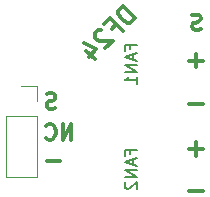
<source format=gbr>
G04 #@! TF.FileFunction,Legend,Bot*
%FSLAX46Y46*%
G04 Gerber Fmt 4.6, Leading zero omitted, Abs format (unit mm)*
G04 Created by KiCad (PCBNEW 4.0.5+dfsg1-4) date Sat Aug  4 04:34:50 2018*
%MOMM*%
%LPD*%
G01*
G04 APERTURE LIST*
%ADD10C,0.100000*%
%ADD11C,0.300000*%
%ADD12C,0.120000*%
%ADD13C,0.150000*%
G04 APERTURE END LIST*
D10*
D11*
X138928572Y-91973810D02*
X139114286Y-91911905D01*
X139423810Y-91911905D01*
X139547620Y-91973810D01*
X139609524Y-92035714D01*
X139671429Y-92159524D01*
X139671429Y-92283333D01*
X139609524Y-92407143D01*
X139547620Y-92469048D01*
X139423810Y-92530952D01*
X139176191Y-92592857D01*
X139052382Y-92654762D01*
X138990477Y-92716667D01*
X138928572Y-92840476D01*
X138928572Y-92964286D01*
X138990477Y-93088095D01*
X139052382Y-93150000D01*
X139176191Y-93211905D01*
X139485715Y-93211905D01*
X139671429Y-93150000D01*
X127371428Y-99826190D02*
X127185714Y-99888095D01*
X126876190Y-99888095D01*
X126752380Y-99826190D01*
X126690476Y-99764286D01*
X126628571Y-99640476D01*
X126628571Y-99516667D01*
X126690476Y-99392857D01*
X126752380Y-99330952D01*
X126876190Y-99269048D01*
X127123809Y-99207143D01*
X127247618Y-99145238D01*
X127309523Y-99083333D01*
X127371428Y-98959524D01*
X127371428Y-98835714D01*
X127309523Y-98711905D01*
X127247618Y-98650000D01*
X127123809Y-98588095D01*
X126814285Y-98588095D01*
X126628571Y-98650000D01*
X139871428Y-99507143D02*
X138728571Y-99507143D01*
X139871428Y-106807143D02*
X138728571Y-106807143D01*
X139871428Y-95807143D02*
X138728571Y-95807143D01*
X139300000Y-96378571D02*
X139300000Y-95235714D01*
X139871428Y-103307143D02*
X138728571Y-103307143D01*
X139300000Y-103878571D02*
X139300000Y-102735714D01*
X128721428Y-102488095D02*
X128721428Y-101188095D01*
X127978571Y-102488095D01*
X127978571Y-101188095D01*
X126616666Y-102364286D02*
X126678571Y-102426190D01*
X126864285Y-102488095D01*
X126988095Y-102488095D01*
X127173809Y-102426190D01*
X127297618Y-102302381D01*
X127359523Y-102178571D01*
X127421428Y-101930952D01*
X127421428Y-101745238D01*
X127359523Y-101497619D01*
X127297618Y-101373810D01*
X127173809Y-101250000D01*
X126988095Y-101188095D01*
X126864285Y-101188095D01*
X126678571Y-101250000D01*
X126616666Y-101311905D01*
X127771428Y-104307143D02*
X126628571Y-104307143D01*
X134122335Y-92237310D02*
X133061675Y-91176649D01*
X132809136Y-91429188D01*
X132708122Y-91631218D01*
X132708121Y-91833249D01*
X132758629Y-91984771D01*
X132910152Y-92237310D01*
X133061675Y-92388833D01*
X133314214Y-92540356D01*
X133465736Y-92590864D01*
X133667767Y-92590863D01*
X133869797Y-92489848D01*
X134122335Y-92237310D01*
X132152538Y-93095939D02*
X132506091Y-92742386D01*
X133061675Y-93297970D02*
X132001014Y-92237310D01*
X131495938Y-92742386D01*
X131243401Y-93196955D02*
X131142385Y-93196955D01*
X130990862Y-93247462D01*
X130738324Y-93500000D01*
X130687817Y-93651523D01*
X130687817Y-93752539D01*
X130738325Y-93904061D01*
X130839340Y-94005076D01*
X131041370Y-94106092D01*
X132253553Y-94106092D01*
X131596954Y-94762690D01*
X129980710Y-94964721D02*
X130687817Y-95671828D01*
X129829188Y-94308122D02*
X130839340Y-94813198D01*
X130182740Y-95469797D01*
D12*
X125830000Y-105660000D02*
X123170000Y-105660000D01*
X125830000Y-100520000D02*
X125830000Y-105660000D01*
X123170000Y-100520000D02*
X123170000Y-105660000D01*
X125830000Y-100520000D02*
X123170000Y-100520000D01*
X125830000Y-99250000D02*
X125830000Y-97920000D01*
X125830000Y-97920000D02*
X124500000Y-97920000D01*
D13*
X133728571Y-103714286D02*
X133728571Y-103380952D01*
X134252381Y-103380952D02*
X133252381Y-103380952D01*
X133252381Y-103857143D01*
X133966667Y-104190476D02*
X133966667Y-104666667D01*
X134252381Y-104095238D02*
X133252381Y-104428571D01*
X134252381Y-104761905D01*
X134252381Y-105095238D02*
X133252381Y-105095238D01*
X134252381Y-105666667D01*
X133252381Y-105666667D01*
X133347619Y-106095238D02*
X133300000Y-106142857D01*
X133252381Y-106238095D01*
X133252381Y-106476191D01*
X133300000Y-106571429D01*
X133347619Y-106619048D01*
X133442857Y-106666667D01*
X133538095Y-106666667D01*
X133680952Y-106619048D01*
X134252381Y-106047619D01*
X134252381Y-106666667D01*
X133728571Y-94814286D02*
X133728571Y-94480952D01*
X134252381Y-94480952D02*
X133252381Y-94480952D01*
X133252381Y-94957143D01*
X133966667Y-95290476D02*
X133966667Y-95766667D01*
X134252381Y-95195238D02*
X133252381Y-95528571D01*
X134252381Y-95861905D01*
X134252381Y-96195238D02*
X133252381Y-96195238D01*
X134252381Y-96766667D01*
X133252381Y-96766667D01*
X134252381Y-97766667D02*
X134252381Y-97195238D01*
X134252381Y-97480952D02*
X133252381Y-97480952D01*
X133395238Y-97385714D01*
X133490476Y-97290476D01*
X133538095Y-97195238D01*
M02*

</source>
